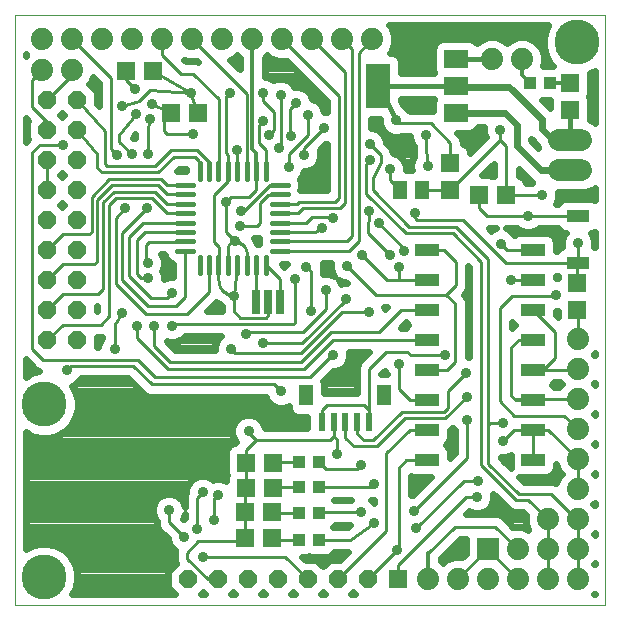
<source format=gtl>
G75*
G70*
%OFA0B0*%
%FSLAX24Y24*%
%IPPOS*%
%LPD*%
%AMOC8*
5,1,8,0,0,1.08239X$1,22.5*
%
%ADD10C,0.0000*%
%ADD11C,0.0170*%
%ADD12R,0.0600X0.0600*%
%ADD13R,0.0276X0.0787*%
%ADD14C,0.0740*%
%ADD15R,0.0780X0.0400*%
%ADD16OC8,0.0600*%
%ADD17R,0.0800X0.0600*%
%ADD18R,0.0800X0.1500*%
%ADD19R,0.0740X0.0740*%
%ADD20R,0.0472X0.0709*%
%ADD21R,0.0236X0.0610*%
%ADD22R,0.0433X0.0394*%
%ADD23C,0.0740*%
%ADD24R,0.0790X0.0430*%
%ADD25R,0.0512X0.0630*%
%ADD26C,0.0356*%
%ADD27C,0.0100*%
%ADD28C,0.0120*%
%ADD29C,0.0160*%
%ADD30C,0.0240*%
%ADD31C,0.1502*%
D10*
X000353Y000635D02*
X000353Y020320D01*
X020038Y020320D01*
X020038Y000635D01*
X000353Y000635D01*
D11*
X006512Y011705D02*
X006512Y012235D01*
X006827Y012235D02*
X006827Y011705D01*
X007142Y011705D02*
X007142Y012235D01*
X007457Y012235D02*
X007457Y011705D01*
X007771Y011705D02*
X007771Y012235D01*
X008086Y012235D02*
X008086Y011705D01*
X008401Y011705D02*
X008401Y012235D01*
X008716Y012235D02*
X008716Y011705D01*
X008927Y012440D02*
X009457Y012440D01*
X009457Y012760D02*
X008927Y012760D01*
X008927Y013070D02*
X009457Y013070D01*
X009457Y013390D02*
X008927Y013390D01*
X008927Y013700D02*
X009457Y013700D01*
X009457Y014010D02*
X008927Y014010D01*
X008927Y014330D02*
X009457Y014330D01*
X009461Y014648D02*
X008931Y014648D01*
X008712Y014855D02*
X008712Y015385D01*
X008401Y015383D02*
X008401Y014853D01*
X008086Y014853D02*
X008086Y015383D01*
X007771Y015383D02*
X007771Y014853D01*
X007457Y014853D02*
X007457Y015383D01*
X007142Y015383D02*
X007142Y014853D01*
X006827Y014853D02*
X006827Y015383D01*
X006512Y015383D02*
X006512Y014853D01*
X006307Y014650D02*
X005777Y014650D01*
X005777Y014330D02*
X006307Y014330D01*
X006307Y014010D02*
X005777Y014010D01*
X005777Y013700D02*
X006307Y013700D01*
X006307Y013390D02*
X005777Y013390D01*
X005777Y013070D02*
X006307Y013070D01*
X006307Y012760D02*
X005777Y012760D01*
X005777Y012440D02*
X006307Y012440D01*
D12*
X006465Y017037D03*
X005565Y017037D03*
X004954Y018434D03*
X004054Y018434D03*
X014876Y015377D03*
X014876Y014477D03*
X015841Y014300D03*
X016741Y014300D03*
X018865Y017159D03*
X018865Y018059D03*
X019109Y011370D03*
X019109Y010470D03*
X013126Y001493D03*
X008938Y002871D03*
X008938Y003737D03*
X008957Y004556D03*
X008957Y005391D03*
X008057Y005391D03*
X008057Y004556D03*
X008038Y003737D03*
X008038Y002871D03*
D13*
X008404Y010745D03*
X008798Y010745D03*
X009191Y010745D03*
D14*
X002276Y018489D03*
X001276Y018489D03*
X001268Y019495D03*
X002268Y019495D03*
X003268Y019495D03*
X004268Y019495D03*
X005268Y019495D03*
X006268Y019495D03*
X007276Y019495D03*
X008276Y019495D03*
X009276Y019495D03*
X010276Y019495D03*
X011276Y019495D03*
X012276Y019495D03*
X016262Y018840D03*
X017262Y018840D03*
X019113Y009501D03*
X019113Y008501D03*
X019113Y007501D03*
X019113Y006501D03*
X019113Y005501D03*
X019113Y004501D03*
X019113Y003497D03*
X019111Y002507D03*
X019142Y001509D03*
X018142Y001509D03*
X018111Y002507D03*
X017111Y002507D03*
X017142Y001509D03*
X016142Y001509D03*
X015142Y001509D03*
X014142Y001509D03*
X018113Y003497D03*
D15*
X019136Y012037D03*
X019136Y013612D03*
D16*
X012126Y001493D03*
X011126Y001493D03*
X010126Y001493D03*
X009126Y001493D03*
X008126Y001493D03*
X007126Y001493D03*
X006126Y001493D03*
X002428Y009470D03*
X002428Y010470D03*
X002428Y011470D03*
X002428Y012470D03*
X002428Y013470D03*
X002428Y014470D03*
X002428Y015470D03*
X002428Y016470D03*
X002428Y017470D03*
X001428Y017470D03*
X001428Y016470D03*
X001428Y015470D03*
X001428Y014470D03*
X001428Y013470D03*
X001428Y012470D03*
X001428Y011470D03*
X001428Y010470D03*
X001428Y009470D03*
D17*
X015061Y017044D03*
X015061Y017944D03*
X015061Y018844D03*
D18*
X012461Y017944D03*
D19*
X016111Y002507D03*
D20*
X012674Y007627D03*
X010075Y007627D03*
D21*
X010587Y006751D03*
X010981Y006751D03*
X011374Y006751D03*
X011768Y006751D03*
X012162Y006751D03*
D22*
X010502Y005395D03*
X009833Y005395D03*
X009837Y004560D03*
X010506Y004560D03*
X010498Y003702D03*
X009829Y003702D03*
X009825Y002816D03*
X010494Y002816D03*
X017538Y018044D03*
X018207Y018044D03*
D23*
X018495Y016127D02*
X019235Y016127D01*
X019235Y015127D02*
X018495Y015127D01*
D24*
X017635Y012479D03*
X017635Y011479D03*
X017635Y010479D03*
X017635Y009479D03*
X017635Y008479D03*
X017635Y007479D03*
X017635Y006479D03*
X017635Y005479D03*
X014095Y005479D03*
X014095Y006479D03*
X014095Y007479D03*
X014095Y008479D03*
X014095Y009479D03*
X014095Y010479D03*
X014095Y011479D03*
X014095Y012479D03*
D25*
X013943Y014481D03*
X013195Y014481D03*
D26*
X012853Y015182D03*
X012183Y015477D03*
X012183Y016009D03*
X013069Y016796D03*
X014054Y016304D03*
X014113Y015261D03*
X013699Y013706D03*
X012479Y013371D03*
X012164Y013785D03*
X010963Y013529D03*
X010609Y013194D03*
X011416Y011954D03*
X011928Y012308D03*
X012853Y012308D03*
X013325Y012446D03*
X013168Y011895D03*
X012164Y010399D03*
X011396Y010832D03*
X010727Y011147D03*
X010215Y010438D03*
X009703Y011521D03*
X010077Y011914D03*
X007872Y013273D03*
X007695Y012761D03*
X007892Y013785D03*
X007380Y014060D03*
X007754Y015812D03*
X008837Y016324D03*
X008620Y016777D03*
X009152Y015891D03*
X009565Y016265D03*
X009998Y015635D03*
X009487Y015241D03*
X010668Y016540D03*
X010136Y016974D03*
X009723Y017387D03*
X009211Y017643D03*
X008640Y017702D03*
X007518Y017722D03*
X006219Y017702D03*
X004939Y017328D03*
X004861Y016855D03*
X004388Y016993D03*
X003916Y017269D03*
X004369Y017840D03*
X006298Y016344D03*
X004782Y015674D03*
X004250Y015674D03*
X003758Y015635D03*
X004034Y013863D03*
X004762Y013863D03*
X004782Y012033D03*
X004782Y011540D03*
X005589Y011048D03*
X005589Y009946D03*
X004998Y009926D03*
X004428Y009946D03*
X003935Y010379D03*
X003680Y009178D03*
X002085Y008470D03*
X006613Y004395D03*
X007124Y004316D03*
X007006Y003489D03*
X006435Y003184D03*
X005983Y002918D03*
X006613Y002249D03*
X005491Y003804D03*
X008148Y006442D03*
X009231Y007761D03*
X008640Y009375D03*
X008069Y009690D03*
X007557Y009178D03*
X007676Y010950D03*
X010963Y008981D03*
X013168Y008686D03*
X014683Y008962D03*
X015392Y008371D03*
X015412Y007584D03*
X015431Y006816D03*
X016632Y006698D03*
X016632Y006107D03*
X015786Y004789D03*
X015766Y004237D03*
X013660Y003765D03*
X013719Y003194D03*
X013094Y002461D03*
X012321Y003371D03*
X011888Y003726D03*
X012321Y004690D03*
X011908Y005320D03*
X011101Y005674D03*
X016908Y011481D03*
X016554Y012682D03*
X017459Y013607D03*
X017931Y014296D03*
X019132Y012702D03*
X018404Y010989D03*
X016534Y016462D03*
X001947Y015989D03*
D27*
X001199Y015989D01*
X000943Y015733D01*
X000943Y009178D01*
X001298Y008824D01*
X004447Y008824D01*
X005018Y008253D01*
X010195Y008253D01*
X010924Y008981D01*
X010963Y008981D01*
X010949Y009479D02*
X014095Y009479D01*
X014089Y009474D01*
X013561Y008962D02*
X014683Y008962D01*
X015038Y008745D02*
X014772Y008479D01*
X014095Y008479D01*
X013561Y008962D02*
X013443Y009080D01*
X012735Y009080D01*
X012162Y008507D01*
X012162Y006751D01*
X012162Y007153D01*
X012006Y007308D01*
X010766Y007308D01*
X010587Y007129D01*
X010587Y006751D01*
X010981Y006751D02*
X010981Y006263D01*
X011101Y006143D01*
X011101Y005674D01*
X010865Y006147D02*
X010981Y006263D01*
X010865Y006147D02*
X008384Y006147D01*
X008148Y006383D01*
X008148Y006442D01*
X008384Y006147D02*
X008057Y005820D01*
X008057Y005391D01*
X008057Y004556D01*
X008038Y004537D01*
X008038Y003737D01*
X008038Y002871D01*
X007928Y002761D01*
X006475Y002761D01*
X006101Y002387D01*
X006101Y002190D01*
X006798Y001493D01*
X007126Y001493D01*
X006613Y002249D02*
X009370Y002249D01*
X010126Y001493D01*
X011126Y001493D02*
X012735Y003101D01*
X012735Y005694D01*
X013520Y006479D01*
X014095Y006479D01*
X014703Y006875D02*
X013365Y006875D01*
X012420Y005930D01*
X011652Y005930D01*
X011376Y006206D01*
X011376Y006749D01*
X011374Y006751D01*
X011768Y006751D02*
X011768Y006346D01*
X011987Y006127D01*
X012302Y006127D01*
X013266Y007092D01*
X014664Y007092D01*
X014782Y007210D01*
X014782Y007761D01*
X015392Y008371D01*
X015038Y008745D02*
X015038Y010694D01*
X014743Y010989D01*
X015057Y011304D01*
X015057Y012092D01*
X014670Y012479D01*
X014095Y012479D01*
X013325Y012446D02*
X013325Y012525D01*
X012479Y013371D01*
X012124Y013037D02*
X012853Y012308D01*
X013168Y011895D02*
X013168Y011519D01*
X013128Y011479D01*
X014095Y011479D01*
X014743Y010989D02*
X012380Y010989D01*
X011416Y011954D01*
X011508Y012440D02*
X009192Y012440D01*
X009192Y012760D02*
X011414Y012760D01*
X011593Y012938D01*
X011593Y019178D01*
X011276Y019495D01*
X011829Y019048D02*
X011829Y012761D01*
X011508Y012440D01*
X011928Y012308D02*
X012756Y011479D01*
X013128Y011479D01*
X013229Y010479D02*
X014095Y010479D01*
X013229Y010479D02*
X012498Y009749D01*
X010904Y009749D01*
X009900Y008745D01*
X005530Y008745D01*
X004998Y009277D01*
X004998Y009926D01*
X004723Y010340D02*
X006081Y010340D01*
X006827Y011086D01*
X006827Y011970D01*
X007142Y011970D02*
X007144Y011972D01*
X007144Y012584D01*
X006987Y012741D01*
X006987Y014296D01*
X007457Y014766D01*
X007457Y015118D01*
X007457Y015657D01*
X007400Y015714D01*
X007400Y017603D01*
X007518Y017722D01*
X007457Y017660D01*
X007144Y017505D02*
X007144Y015120D01*
X007142Y015118D01*
X006827Y015118D02*
X006827Y015421D01*
X006435Y015812D01*
X005569Y015812D01*
X005038Y015281D01*
X003424Y015281D01*
X003345Y015359D01*
X003345Y016454D01*
X002428Y017470D01*
X002276Y018318D02*
X001428Y017470D01*
X000924Y017229D02*
X000924Y018137D01*
X001276Y018489D01*
X002276Y018489D02*
X002276Y018318D01*
X002268Y019495D02*
X003561Y018202D01*
X003561Y015832D01*
X003758Y015635D01*
X003837Y016088D02*
X004250Y015674D01*
X003837Y016088D02*
X003837Y016324D01*
X004388Y016993D01*
X004506Y017426D02*
X004861Y017800D01*
X006219Y017702D01*
X006209Y017702D01*
X006465Y017037D01*
X006298Y016344D02*
X005412Y016344D01*
X005313Y016442D01*
X005313Y016934D01*
X005565Y017037D01*
X004939Y017328D01*
X004506Y017426D02*
X003916Y017269D01*
X004369Y017840D02*
X004054Y018135D01*
X004054Y018434D01*
X004954Y018434D02*
X006219Y017702D01*
X006298Y018351D02*
X005884Y018351D01*
X005268Y018968D01*
X005268Y019495D01*
X006268Y019495D02*
X006276Y019495D01*
X008089Y017682D01*
X008089Y015120D01*
X008086Y015118D01*
X008401Y015118D02*
X008401Y014491D01*
X008168Y014257D01*
X007577Y014257D01*
X007380Y014060D01*
X007380Y013076D01*
X007695Y012761D01*
X007696Y012761D02*
X007667Y012762D01*
X007638Y012759D01*
X007610Y012752D01*
X007584Y012742D01*
X007558Y012728D01*
X007535Y012711D01*
X007514Y012691D01*
X007496Y012669D01*
X007481Y012644D01*
X007469Y012618D01*
X007461Y012590D01*
X007457Y012562D01*
X007457Y011970D01*
X007771Y011970D02*
X007676Y010950D01*
X007676Y010458D01*
X007872Y010222D01*
X008719Y010222D01*
X008798Y010300D01*
X008798Y010745D01*
X009191Y010745D02*
X009191Y011494D01*
X008716Y011970D01*
X008401Y011970D02*
X008401Y010748D01*
X008404Y010745D01*
X007676Y010950D02*
X007632Y010952D01*
X007588Y010957D01*
X007545Y010966D01*
X007503Y010979D01*
X007461Y010995D01*
X007422Y011014D01*
X007384Y011037D01*
X007348Y011063D01*
X007314Y011091D01*
X007283Y011122D01*
X007255Y011156D01*
X007229Y011192D01*
X007206Y011230D01*
X007187Y011269D01*
X007171Y011311D01*
X007158Y011353D01*
X007149Y011396D01*
X007144Y011440D01*
X007142Y011484D01*
X007142Y011970D01*
X007696Y012761D02*
X007733Y012757D01*
X007771Y012750D01*
X007807Y012739D01*
X007843Y012726D01*
X007877Y012709D01*
X007909Y012689D01*
X007939Y012666D01*
X007967Y012640D01*
X007993Y012612D01*
X008015Y012582D01*
X008035Y012549D01*
X008052Y012515D01*
X008066Y012480D01*
X008076Y012443D01*
X008083Y012406D01*
X008087Y012368D01*
X008087Y012330D01*
X008086Y012330D02*
X008086Y011970D01*
X009192Y013070D02*
X010346Y013070D01*
X010609Y013194D01*
X010746Y013588D02*
X010254Y013588D01*
X010056Y013390D01*
X009192Y013390D01*
X009192Y013700D02*
X009795Y013700D01*
X009959Y013863D01*
X011199Y013863D01*
X011376Y014040D01*
X011376Y018395D01*
X010276Y019495D01*
X009276Y019495D02*
X011160Y017611D01*
X011160Y014218D01*
X011022Y014080D01*
X009841Y014080D01*
X009771Y014010D01*
X009192Y014010D01*
X009179Y014316D02*
X009192Y014330D01*
X009179Y014316D02*
X008798Y014316D01*
X008522Y014040D01*
X008522Y013391D01*
X008424Y013273D01*
X007872Y013273D01*
X007892Y013785D02*
X008010Y013785D01*
X008874Y014648D01*
X009196Y014648D01*
X008712Y015120D02*
X008712Y015819D01*
X008483Y016048D01*
X008483Y016659D01*
X008620Y016777D01*
X008994Y017072D02*
X008640Y017446D01*
X008640Y017702D01*
X009211Y017643D02*
X009211Y015950D01*
X009152Y015891D01*
X009487Y015674D02*
X010136Y016324D01*
X010136Y016974D01*
X009723Y017387D02*
X009526Y017190D01*
X009526Y016304D01*
X009565Y016265D01*
X009998Y015871D02*
X010668Y016540D01*
X009998Y015871D02*
X009998Y015635D01*
X009487Y015674D02*
X009487Y015241D01*
X008837Y016324D02*
X008994Y016481D01*
X008994Y017072D01*
X007754Y015812D02*
X007774Y015120D01*
X007771Y015118D01*
X006512Y015118D02*
X006494Y015136D01*
X006494Y015458D01*
X006376Y015576D01*
X005648Y015576D01*
X005136Y015064D01*
X003266Y015064D01*
X003109Y015222D01*
X003109Y015690D01*
X002428Y016470D01*
X001428Y016470D02*
X001428Y016726D01*
X000924Y017229D01*
X001428Y015470D02*
X001428Y014470D01*
X001955Y012997D02*
X002833Y012997D01*
X002912Y013076D01*
X002912Y014257D01*
X003502Y014848D01*
X005235Y014848D01*
X005433Y014650D01*
X005786Y014650D01*
X005588Y014650D01*
X005786Y014650D02*
X006042Y014650D01*
X006042Y014330D02*
X005418Y014330D01*
X005117Y014631D01*
X003581Y014631D01*
X003109Y014159D01*
X003109Y012092D01*
X003010Y011993D01*
X001951Y011993D01*
X001428Y011470D01*
X001967Y011009D02*
X003128Y011009D01*
X003306Y011186D01*
X003306Y014060D01*
X003660Y014414D01*
X005018Y014414D01*
X005423Y014010D01*
X006042Y014010D01*
X006042Y013700D02*
X005438Y013700D01*
X004939Y014198D01*
X003719Y014198D01*
X003502Y013981D01*
X003502Y010261D01*
X003227Y009985D01*
X001963Y009985D01*
X001428Y009470D01*
X001428Y010470D02*
X001967Y011009D01*
X001428Y012470D02*
X001955Y012997D01*
X003719Y013548D02*
X003719Y011344D01*
X004723Y010340D01*
X004802Y010596D02*
X005727Y010596D01*
X006042Y010911D01*
X006042Y012439D01*
X006042Y012440D01*
X006042Y012760D02*
X005922Y012760D01*
X005904Y012741D01*
X004821Y012741D01*
X004723Y012643D01*
X004723Y012092D01*
X004782Y012033D01*
X004782Y011540D02*
X004565Y011540D01*
X004428Y011678D01*
X004428Y012820D01*
X004683Y013076D01*
X006036Y013076D01*
X006042Y013070D01*
X006042Y013390D02*
X004623Y013390D01*
X004152Y012918D01*
X004152Y011600D01*
X004880Y010871D01*
X005412Y010871D01*
X005589Y011048D01*
X004802Y010596D02*
X003935Y011462D01*
X003935Y013037D01*
X004762Y013863D01*
X004034Y013863D02*
X003719Y013548D01*
X004782Y015674D02*
X004782Y016540D01*
X004861Y016855D01*
X006298Y018351D02*
X007144Y017505D01*
X010746Y013588D02*
X010963Y013529D01*
X012164Y013785D02*
X012124Y013037D01*
X013384Y013037D02*
X012065Y014355D01*
X012065Y015359D01*
X012183Y015477D01*
X012557Y015399D02*
X012282Y014867D01*
X012282Y014474D01*
X013502Y013253D01*
X015077Y013253D01*
X016140Y012190D01*
X016140Y006659D01*
X016180Y006698D01*
X016632Y006698D01*
X017004Y006479D02*
X017635Y006479D01*
X017635Y005479D01*
X017635Y006479D02*
X018134Y006479D01*
X019113Y005501D01*
X019113Y004592D01*
X018227Y004336D02*
X019065Y003497D01*
X019113Y003497D01*
X019113Y002509D01*
X019111Y002507D02*
X019111Y001540D01*
X018111Y001540D02*
X018111Y002507D01*
X018113Y002509D02*
X018113Y003497D01*
X017451Y004159D01*
X017065Y004159D01*
X015904Y005320D01*
X015904Y012092D01*
X014959Y013037D01*
X013384Y013037D01*
X013758Y013470D02*
X013699Y013529D01*
X013699Y013706D01*
X013758Y013470D02*
X015294Y013470D01*
X016731Y012033D01*
X019085Y012033D01*
X019109Y012009D01*
X019109Y011370D01*
X019109Y012009D02*
X019136Y012037D01*
X019136Y012698D01*
X019132Y012702D01*
X019132Y013607D02*
X019136Y013612D01*
X017463Y013612D01*
X017459Y013607D01*
X016101Y013607D01*
X015841Y013867D01*
X015841Y014300D01*
X014876Y014477D02*
X016534Y016135D01*
X016741Y015928D01*
X016741Y014300D01*
X016745Y014296D01*
X017931Y014296D01*
X016554Y012682D02*
X016756Y012479D01*
X017635Y012479D01*
X017633Y011481D02*
X016908Y011481D01*
X016928Y010950D02*
X018365Y010950D01*
X018404Y010989D01*
X019109Y010470D02*
X019113Y010466D01*
X019113Y009501D01*
X018365Y009749D02*
X018365Y008883D01*
X017961Y008479D01*
X017635Y008479D01*
X019091Y008479D01*
X019113Y008501D01*
X019113Y007501D02*
X017030Y007501D01*
X016908Y007623D01*
X017052Y007479D01*
X017635Y007479D01*
X017656Y007501D01*
X016908Y007623D02*
X016908Y009237D01*
X017150Y009479D01*
X017635Y009479D01*
X018365Y009749D02*
X017635Y010479D01*
X016928Y010950D02*
X016514Y010537D01*
X016514Y007446D01*
X017006Y006954D01*
X018660Y006954D01*
X019113Y006501D01*
X017004Y006479D02*
X016632Y006107D01*
X016140Y006659D02*
X016140Y005359D01*
X017164Y004336D01*
X018227Y004336D01*
X017111Y002507D02*
X016365Y003253D01*
X015018Y003253D01*
X014142Y002377D01*
X013719Y003194D02*
X015313Y004789D01*
X015786Y004789D01*
X015766Y004237D02*
X015392Y004237D01*
X013126Y001972D01*
X013126Y001493D01*
X013094Y002461D02*
X013148Y002515D01*
X013148Y005222D01*
X013406Y005479D01*
X014095Y005479D01*
X015431Y005537D02*
X013660Y003765D01*
X012321Y003371D02*
X011530Y002816D01*
X010494Y002816D01*
X009825Y002816D02*
X008993Y002816D01*
X008938Y002871D01*
X008973Y003702D02*
X008938Y003737D01*
X008973Y003702D02*
X009829Y003702D01*
X010498Y003702D02*
X010522Y003726D01*
X011888Y003726D01*
X012191Y004560D02*
X010506Y004560D01*
X010715Y005182D02*
X010502Y005395D01*
X010715Y005182D02*
X011770Y005182D01*
X011908Y005320D01*
X012321Y004690D02*
X012191Y004560D01*
X013094Y002461D02*
X012126Y001493D01*
X015142Y001539D02*
X016111Y002507D01*
X017109Y001509D01*
X015431Y005537D02*
X015431Y006816D01*
X014703Y006875D02*
X015412Y007584D01*
X014095Y007479D02*
X013528Y007479D01*
X013168Y007840D01*
X013168Y008686D01*
X012164Y010399D02*
X011258Y010399D01*
X009900Y009040D01*
X009329Y009040D01*
X007695Y009040D01*
X007557Y009178D01*
X008069Y009690D02*
X008077Y009704D01*
X008089Y009717D01*
X008103Y009726D01*
X008118Y009732D01*
X008135Y009735D01*
X008151Y009734D01*
X008167Y009729D01*
X008168Y009729D02*
X009959Y009729D01*
X010727Y010497D01*
X010727Y011147D01*
X011396Y010832D02*
X011396Y010812D01*
X009920Y009375D01*
X008640Y009375D01*
X009644Y010025D02*
X005668Y010025D01*
X005589Y009946D01*
X004428Y009946D02*
X004428Y009533D01*
X005451Y008509D01*
X009979Y008509D01*
X010949Y009479D01*
X010215Y010438D02*
X010215Y011777D01*
X010077Y011914D01*
X009703Y011521D02*
X009703Y010084D01*
X009644Y010025D01*
X008994Y007997D02*
X009231Y007761D01*
X008994Y007997D02*
X004920Y007997D01*
X004309Y008607D01*
X002223Y008607D01*
X002085Y008470D01*
X003680Y009178D02*
X003680Y010005D01*
X003935Y010379D01*
X008957Y005391D02*
X008961Y005395D01*
X009833Y005395D01*
X009837Y004560D02*
X008961Y004560D01*
X008957Y004556D01*
X008993Y004592D01*
X008994Y004592D01*
X007124Y004316D02*
X007006Y004198D01*
X007006Y003489D01*
X006435Y003184D02*
X006435Y004218D01*
X006613Y004395D01*
X005491Y003804D02*
X005491Y003411D01*
X005530Y003371D01*
X005983Y002918D01*
X013195Y014481D02*
X012853Y014824D01*
X012853Y015182D01*
X012557Y015399D02*
X012557Y015635D01*
X012183Y016009D01*
X013069Y016796D02*
X013168Y016698D01*
X014211Y016698D01*
X014876Y016033D01*
X014876Y015377D01*
X014113Y015261D02*
X014054Y015832D01*
X014054Y016304D01*
X015061Y017044D02*
X015089Y017072D01*
X015068Y017938D02*
X015061Y017944D01*
X015066Y018839D02*
X015063Y018840D01*
X015062Y018842D01*
X015061Y018844D01*
X016534Y016462D02*
X016534Y016135D01*
X014876Y014477D02*
X013947Y014477D01*
X013943Y014481D01*
X017633Y011481D02*
X017635Y011479D01*
X018857Y017889D02*
X018865Y018059D01*
X018850Y018044D01*
X012276Y019495D02*
X011829Y019048D01*
D28*
X008276Y019495D02*
X008276Y015842D01*
X008404Y015714D01*
X008404Y015121D01*
X008401Y015118D01*
X017262Y018320D02*
X017538Y018044D01*
X017262Y018320D02*
X017262Y018840D01*
X018207Y018044D02*
X018850Y018044D01*
X019113Y004592D02*
X019132Y004572D01*
X019132Y004521D01*
X019113Y004501D01*
X019113Y002509D02*
X019111Y002507D01*
X019111Y001540D02*
X019142Y001509D01*
X018142Y001509D02*
X018111Y001540D01*
X017142Y001509D02*
X017109Y001509D01*
X018111Y002507D02*
X018113Y002509D01*
X015142Y001539D02*
X015142Y001509D01*
X014142Y001509D02*
X014142Y002377D01*
D29*
X018865Y016127D02*
X018865Y017159D01*
X016262Y018840D02*
X015066Y018840D01*
X015061Y017944D02*
X012461Y017944D01*
X012717Y017463D01*
X013069Y016796D01*
D30*
X013248Y016288D02*
X013176Y016258D01*
X012962Y016258D01*
X012764Y016340D01*
X012613Y016492D01*
X012531Y016689D01*
X012531Y016834D01*
X012239Y016834D01*
X012239Y016547D01*
X012291Y016547D01*
X012488Y016465D01*
X012640Y016314D01*
X012722Y016116D01*
X012722Y016051D01*
X012790Y015983D01*
X012905Y015867D01*
X012967Y015717D01*
X013158Y015638D01*
X013309Y015487D01*
X013391Y015289D01*
X013391Y015156D01*
X013523Y015156D01*
X013569Y015137D01*
X013580Y015141D01*
X013574Y015154D01*
X013574Y015368D01*
X013656Y015566D01*
X013668Y015577D01*
X013652Y015730D01*
X013644Y015750D01*
X013644Y015811D01*
X013637Y015871D01*
X013644Y015892D01*
X013644Y015953D01*
X013597Y015999D01*
X013515Y016197D01*
X013515Y016288D01*
X013249Y016288D01*
X013248Y016288D01*
X013539Y016140D02*
X012711Y016140D01*
X012726Y016379D02*
X012575Y016379D01*
X012561Y016617D02*
X012239Y016617D01*
X012870Y015902D02*
X013644Y015902D01*
X013659Y015663D02*
X013098Y015663D01*
X013335Y015425D02*
X013598Y015425D01*
X013574Y015186D02*
X013391Y015186D01*
X015104Y016384D02*
X015533Y016384D01*
X015665Y016439D01*
X015767Y016540D01*
X015780Y016572D01*
X015997Y016572D01*
X015996Y016569D01*
X015996Y016355D01*
X016048Y016229D01*
X015536Y015717D01*
X015536Y015749D01*
X015482Y015881D01*
X015380Y015983D01*
X015286Y016022D01*
X015286Y016114D01*
X015224Y016265D01*
X015104Y016384D01*
X015110Y016379D02*
X015996Y016379D01*
X015959Y016140D02*
X015276Y016140D01*
X015461Y015902D02*
X015721Y015902D01*
X016331Y015352D02*
X016331Y014944D01*
X016291Y014928D01*
X016213Y014960D01*
X015939Y014960D01*
X016331Y015352D01*
X016331Y015186D02*
X016165Y015186D01*
X016243Y014948D02*
X016331Y014948D01*
X017151Y014948D02*
X017389Y014948D01*
X017481Y014855D02*
X017605Y014731D01*
X017580Y014706D01*
X017387Y014706D01*
X017346Y014804D01*
X017245Y014905D01*
X017151Y014944D01*
X017151Y015186D01*
X017481Y014855D01*
X017386Y014709D02*
X017583Y014709D01*
X017888Y015127D02*
X018865Y015127D01*
X018470Y014397D02*
X019380Y014397D01*
X019648Y014508D01*
X019678Y014538D01*
X019678Y014138D01*
X019598Y014171D01*
X018675Y014171D01*
X018542Y014117D01*
X018447Y014021D01*
X018400Y014021D01*
X018470Y014189D01*
X018470Y014397D01*
X018470Y014232D02*
X019678Y014232D01*
X019678Y014470D02*
X019557Y014470D01*
X018447Y013202D02*
X018542Y013106D01*
X018675Y013052D01*
X018721Y013052D01*
X018676Y013007D01*
X018594Y012809D01*
X018594Y012595D01*
X018605Y012568D01*
X018542Y012542D01*
X018443Y012443D01*
X018390Y012443D01*
X018390Y012766D01*
X018335Y012898D01*
X018233Y013000D01*
X018101Y013054D01*
X017168Y013054D01*
X017036Y013000D01*
X017014Y012978D01*
X017010Y012987D01*
X016858Y013138D01*
X016716Y013197D01*
X017108Y013197D01*
X017154Y013151D01*
X017352Y013069D01*
X017566Y013069D01*
X017764Y013151D01*
X017814Y013202D01*
X018447Y013202D01*
X018709Y013039D02*
X018138Y013039D01*
X018375Y012801D02*
X018594Y012801D01*
X018592Y012562D02*
X018390Y012562D01*
X018390Y011623D02*
X018449Y011623D01*
X018449Y011527D01*
X018390Y011527D01*
X018390Y011623D01*
X018390Y011608D02*
X018449Y011608D01*
X018449Y010451D02*
X018449Y010245D01*
X018390Y010304D01*
X018390Y010451D01*
X018449Y010451D01*
X018449Y010415D02*
X018390Y010415D01*
X017015Y009979D02*
X016934Y009898D01*
X016924Y009874D01*
X016924Y010085D01*
X016934Y010061D01*
X017015Y009979D01*
X016974Y009938D02*
X016924Y009938D01*
X015494Y009938D02*
X015448Y009938D01*
X015448Y009700D02*
X015494Y009700D01*
X015494Y009461D02*
X015448Y009461D01*
X015448Y009223D02*
X015494Y009223D01*
X015494Y008984D02*
X015448Y008984D01*
X015448Y008909D02*
X015448Y010776D01*
X015385Y010926D01*
X015322Y010989D01*
X015405Y011072D01*
X015467Y011223D01*
X015467Y011948D01*
X015494Y011922D01*
X015494Y008909D01*
X015448Y008909D01*
X015448Y010177D02*
X015494Y010177D01*
X015494Y010415D02*
X015448Y010415D01*
X015448Y010654D02*
X015494Y010654D01*
X015494Y010892D02*
X015399Y010892D01*
X015429Y011131D02*
X015494Y011131D01*
X015494Y011369D02*
X015467Y011369D01*
X015467Y011608D02*
X015494Y011608D01*
X015494Y011846D02*
X015467Y011846D01*
X016227Y013116D02*
X016146Y013197D01*
X016391Y013197D01*
X016249Y013138D01*
X016227Y013116D01*
X016957Y013039D02*
X017131Y013039D01*
X017888Y015127D02*
X017085Y015930D01*
X017085Y016659D01*
X016691Y017052D01*
X015069Y017052D01*
X015061Y017044D01*
X014301Y017104D02*
X014293Y017108D01*
X013519Y017108D01*
X013374Y017253D01*
X013313Y017278D01*
X013221Y017451D01*
X013221Y017504D01*
X014330Y017504D01*
X014334Y017494D01*
X014301Y017416D01*
X014301Y017104D01*
X014301Y017333D02*
X013284Y017333D01*
X013221Y018384D02*
X013221Y018766D01*
X013167Y018898D01*
X013065Y019000D01*
X012933Y019054D01*
X012867Y019054D01*
X012895Y019082D01*
X013006Y019350D01*
X013006Y019640D01*
X012895Y019909D01*
X012843Y019960D01*
X018136Y019960D01*
X018057Y019824D01*
X017982Y019541D01*
X017982Y019248D01*
X018057Y018966D01*
X018204Y018713D01*
X018307Y018610D01*
X018298Y018601D01*
X017954Y018601D01*
X017992Y018694D01*
X017992Y018985D01*
X017881Y019253D01*
X017676Y019459D01*
X017407Y019570D01*
X017117Y019570D01*
X016849Y019459D01*
X016762Y019372D01*
X016676Y019459D01*
X016407Y019570D01*
X016117Y019570D01*
X015849Y019459D01*
X015753Y019362D01*
X015665Y019450D01*
X015533Y019504D01*
X014590Y019504D01*
X014457Y019450D01*
X014356Y019348D01*
X014301Y019216D01*
X014301Y018473D01*
X014334Y018394D01*
X014330Y018384D01*
X013221Y018384D01*
X013221Y018526D02*
X014301Y018526D01*
X014301Y018764D02*
X013221Y018764D01*
X013058Y019003D02*
X014301Y019003D01*
X014312Y019241D02*
X012961Y019241D01*
X013006Y019480D02*
X014531Y019480D01*
X015592Y019480D02*
X015900Y019480D01*
X016624Y019480D02*
X016900Y019480D01*
X017624Y019480D02*
X017982Y019480D01*
X017984Y019241D02*
X017886Y019241D01*
X017985Y019003D02*
X018048Y019003D01*
X017992Y018764D02*
X018174Y018764D01*
X018029Y019718D02*
X012974Y019718D01*
X012847Y019957D02*
X018134Y019957D01*
X019525Y018361D02*
X019678Y018449D01*
X019678Y016716D01*
X019648Y016746D01*
X019525Y016797D01*
X019525Y017530D01*
X019492Y017609D01*
X019525Y017687D01*
X019525Y018361D01*
X019525Y018287D02*
X019678Y018287D01*
X019678Y018049D02*
X019525Y018049D01*
X019525Y017810D02*
X019678Y017810D01*
X019678Y017572D02*
X019507Y017572D01*
X019525Y017333D02*
X019678Y017333D01*
X019678Y017094D02*
X019525Y017094D01*
X019525Y016856D02*
X019678Y016856D01*
X018865Y016127D02*
X018306Y016127D01*
X017912Y016521D01*
X017912Y016836D01*
X016829Y017918D01*
X015087Y017918D01*
X015061Y017944D01*
X017565Y016189D02*
X017765Y015989D01*
X017765Y015982D01*
X017802Y015892D01*
X017565Y016129D01*
X017565Y016189D01*
X017565Y016140D02*
X017613Y016140D01*
X017792Y015902D02*
X017798Y015902D01*
X018205Y017222D02*
X018184Y017243D01*
X017939Y017488D01*
X018205Y017488D01*
X018205Y017222D01*
X018205Y017333D02*
X018093Y017333D01*
X019544Y013052D02*
X019598Y013052D01*
X019678Y013085D01*
X019678Y012563D01*
X019660Y012571D01*
X019670Y012595D01*
X019670Y012809D01*
X019588Y013007D01*
X019544Y013052D01*
X019556Y013039D02*
X019678Y013039D01*
X019670Y012801D02*
X019678Y012801D01*
X019678Y009034D02*
X019645Y009001D01*
X019678Y008968D01*
X019678Y009034D01*
X019678Y008984D02*
X019662Y008984D01*
X019678Y008034D02*
X019645Y008001D01*
X019678Y007968D01*
X019678Y008034D01*
X019678Y008030D02*
X019674Y008030D01*
X019678Y007034D02*
X019645Y007001D01*
X019678Y006968D01*
X019678Y007034D01*
X019678Y006034D02*
X019645Y006001D01*
X019678Y005968D01*
X019678Y006034D01*
X019678Y005034D02*
X019645Y005001D01*
X019678Y004968D01*
X019678Y005034D01*
X019678Y004034D02*
X019643Y003999D01*
X019678Y003964D01*
X019678Y004034D01*
X019678Y003975D02*
X019667Y003975D01*
X019678Y003030D02*
X019678Y002972D01*
X019649Y003001D01*
X019678Y003030D01*
X019678Y003020D02*
X019668Y003020D01*
X019678Y002042D02*
X019678Y002006D01*
X019660Y002024D01*
X019678Y002042D01*
X019678Y001012D02*
X019678Y000995D01*
X019660Y000995D01*
X019678Y001012D01*
X017466Y003150D02*
X017256Y003237D01*
X016965Y003237D01*
X016962Y003235D01*
X016597Y003601D01*
X016446Y003663D01*
X016283Y003663D01*
X015398Y003663D01*
X015500Y003765D01*
X015659Y003699D01*
X015873Y003699D01*
X016071Y003781D01*
X016222Y003932D01*
X016304Y004130D01*
X016304Y004340D01*
X016718Y003926D01*
X016833Y003811D01*
X016984Y003749D01*
X017281Y003749D01*
X017384Y003646D01*
X017383Y003642D01*
X017383Y003352D01*
X017466Y003150D01*
X017421Y003259D02*
X016938Y003259D01*
X016700Y003497D02*
X017383Y003497D01*
X017294Y003736D02*
X015962Y003736D01*
X016240Y003975D02*
X016670Y003975D01*
X016431Y004213D02*
X016304Y004213D01*
X015570Y003736D02*
X015471Y003736D01*
X015381Y002843D02*
X015188Y002843D01*
X014562Y002217D01*
X014562Y002121D01*
X014642Y002041D01*
X014729Y002128D01*
X014997Y002239D01*
X015263Y002239D01*
X015381Y002357D01*
X015381Y002843D01*
X015381Y002782D02*
X015127Y002782D01*
X014888Y002543D02*
X015381Y002543D01*
X015329Y002305D02*
X014650Y002305D01*
X014667Y002066D02*
X014617Y002066D01*
X013618Y004303D02*
X013558Y004303D01*
X013558Y004933D01*
X013628Y004904D01*
X014220Y004904D01*
X013618Y004303D01*
X013558Y004452D02*
X013767Y004452D01*
X013558Y004690D02*
X014005Y004690D01*
X013569Y004929D02*
X013558Y004929D01*
X012325Y004152D02*
X012325Y004050D01*
X012224Y004150D01*
X012273Y004150D01*
X012277Y004152D01*
X012325Y004152D01*
X011552Y004150D02*
X011537Y004135D01*
X011004Y004135D01*
X011019Y004150D01*
X011552Y004150D01*
X011528Y003316D02*
X011026Y003316D01*
X011020Y003301D01*
X010976Y003257D01*
X011007Y003226D01*
X011400Y003226D01*
X011528Y003316D01*
X011447Y003259D02*
X010978Y003259D01*
X011007Y002406D02*
X010915Y002314D01*
X010783Y002259D01*
X010206Y002259D01*
X010160Y002279D01*
X010113Y002259D01*
X009940Y002259D01*
X010046Y002153D01*
X010400Y002153D01*
X010626Y001927D01*
X010853Y002153D01*
X011207Y002153D01*
X011459Y002406D01*
X011007Y002406D01*
X010893Y002305D02*
X011358Y002305D01*
X010766Y002066D02*
X010487Y002066D01*
X010626Y001060D02*
X010691Y000995D01*
X010561Y000995D01*
X010626Y001060D01*
X009691Y000995D02*
X009626Y001060D01*
X009561Y000995D01*
X009691Y000995D01*
X008691Y000995D02*
X008626Y001060D01*
X008561Y000995D01*
X008691Y000995D01*
X007691Y000995D02*
X007626Y001060D01*
X007561Y000995D01*
X007691Y000995D01*
X006691Y000995D02*
X006626Y001060D01*
X006561Y000995D01*
X006691Y000995D01*
X005691Y000995D02*
X002263Y000995D01*
X002353Y001151D01*
X002428Y001434D01*
X002428Y001726D01*
X002353Y002009D01*
X002206Y002262D01*
X002000Y002469D01*
X001746Y002615D01*
X001464Y002691D01*
X001171Y002691D01*
X000888Y002615D01*
X000713Y002514D01*
X000713Y006405D01*
X000908Y006292D01*
X001191Y006217D01*
X001483Y006217D01*
X001766Y006292D01*
X002019Y006439D01*
X002226Y006646D01*
X002372Y006899D01*
X002448Y007182D01*
X002448Y007474D01*
X002372Y007757D01*
X002256Y007958D01*
X002390Y008013D01*
X002541Y008165D01*
X002555Y008197D01*
X004140Y008197D01*
X004572Y007765D01*
X004687Y007650D01*
X004838Y007587D01*
X008720Y007587D01*
X008775Y007456D01*
X008926Y007305D01*
X009124Y007223D01*
X009338Y007223D01*
X009479Y007281D01*
X009479Y007201D01*
X009534Y007069D01*
X009635Y006968D01*
X009767Y006913D01*
X010109Y006913D01*
X010109Y006557D01*
X008683Y006557D01*
X008604Y006747D01*
X008453Y006898D01*
X008255Y006980D01*
X008041Y006980D01*
X007843Y006898D01*
X007692Y006747D01*
X007610Y006549D01*
X007610Y006335D01*
X007692Y006137D01*
X007743Y006086D01*
X007710Y006052D01*
X007709Y006051D01*
X007686Y006051D01*
X007554Y005996D01*
X007452Y005895D01*
X007397Y005762D01*
X007397Y005019D01*
X007416Y004974D01*
X007397Y004928D01*
X007397Y004785D01*
X007231Y004854D01*
X007017Y004854D01*
X006944Y004824D01*
X006917Y004851D01*
X006720Y004933D01*
X006506Y004933D01*
X006308Y004851D01*
X006156Y004700D01*
X006074Y004502D01*
X006074Y004418D01*
X006025Y004299D01*
X006025Y003919D01*
X005947Y004109D01*
X005795Y004260D01*
X005598Y004342D01*
X005383Y004342D01*
X005186Y004260D01*
X005034Y004109D01*
X004952Y003911D01*
X004952Y003697D01*
X005034Y003499D01*
X005081Y003453D01*
X005081Y003329D01*
X005143Y003178D01*
X005298Y003024D01*
X005445Y002877D01*
X005445Y002811D01*
X005526Y002614D01*
X005678Y002462D01*
X005691Y002457D01*
X005691Y002272D01*
X005691Y002109D01*
X005725Y002025D01*
X005466Y001767D01*
X005466Y001220D01*
X005691Y000995D01*
X005574Y001112D02*
X002330Y001112D01*
X002406Y001351D02*
X005466Y001351D01*
X005466Y001589D02*
X002428Y001589D01*
X002401Y001828D02*
X005528Y001828D01*
X005708Y002066D02*
X002320Y002066D01*
X002164Y002305D02*
X005691Y002305D01*
X005597Y002543D02*
X001871Y002543D01*
X000764Y002543D02*
X000713Y002543D01*
X000713Y002782D02*
X005457Y002782D01*
X005301Y003020D02*
X000713Y003020D01*
X000713Y003259D02*
X005110Y003259D01*
X005036Y003497D02*
X000713Y003497D01*
X000713Y003736D02*
X004952Y003736D01*
X004979Y003975D02*
X000713Y003975D01*
X000713Y004213D02*
X005138Y004213D01*
X005843Y004213D02*
X006025Y004213D01*
X006025Y003975D02*
X006002Y003975D01*
X006025Y003690D02*
X005957Y003524D01*
X005986Y003495D01*
X006025Y003535D01*
X006025Y003690D01*
X005988Y003497D02*
X005983Y003497D01*
X006074Y004452D02*
X000713Y004452D01*
X000713Y004690D02*
X006153Y004690D01*
X006496Y004929D02*
X000713Y004929D01*
X000713Y005167D02*
X007397Y005167D01*
X007397Y005406D02*
X000713Y005406D01*
X000713Y005644D02*
X007397Y005644D01*
X007447Y005883D02*
X000713Y005883D01*
X000713Y006121D02*
X007708Y006121D01*
X007610Y006360D02*
X001883Y006360D01*
X002179Y006599D02*
X007630Y006599D01*
X007782Y006837D02*
X002337Y006837D01*
X002420Y007076D02*
X009531Y007076D01*
X010109Y006837D02*
X008514Y006837D01*
X008666Y006599D02*
X010109Y006599D01*
X010671Y007713D02*
X010671Y008053D01*
X010643Y008121D01*
X010965Y008443D01*
X011070Y008443D01*
X011268Y008525D01*
X011419Y008677D01*
X011501Y008874D01*
X011501Y009069D01*
X012144Y009069D01*
X011814Y008739D01*
X011752Y008589D01*
X011752Y008425D01*
X011752Y007718D01*
X010685Y007718D01*
X010671Y007713D01*
X010671Y007791D02*
X011752Y007791D01*
X011752Y008030D02*
X010671Y008030D01*
X010790Y008268D02*
X011752Y008268D01*
X011752Y008507D02*
X011224Y008507D01*
X011448Y008745D02*
X011820Y008745D01*
X012059Y008984D02*
X011501Y008984D01*
X012576Y008341D02*
X012751Y008341D01*
X012712Y008381D01*
X012684Y008449D01*
X012576Y008341D01*
X013218Y009889D02*
X013393Y010064D01*
X013394Y010061D01*
X013475Y009979D01*
X013394Y009898D01*
X013391Y009889D01*
X013218Y009889D01*
X013267Y009938D02*
X013434Y009938D01*
X012749Y010579D02*
X012694Y010525D01*
X012671Y010579D01*
X012749Y010579D01*
X011420Y011370D02*
X011289Y011370D01*
X011227Y011344D01*
X011183Y011452D01*
X011155Y011479D01*
X011309Y011416D01*
X011374Y011416D01*
X011420Y011370D01*
X011288Y011369D02*
X011217Y011369D01*
X010987Y011621D02*
X010834Y011685D01*
X010625Y011685D01*
X010625Y011858D01*
X010615Y011882D01*
X010615Y012022D01*
X010612Y012030D01*
X010878Y012030D01*
X010878Y011847D01*
X010960Y011649D01*
X010987Y011621D01*
X010878Y011846D02*
X010625Y011846D01*
X009441Y011995D02*
X009398Y011977D01*
X009343Y011922D01*
X009271Y011995D01*
X009441Y011995D01*
X008482Y012680D02*
X008482Y012848D01*
X008488Y012863D01*
X008442Y012863D01*
X008379Y012857D01*
X008361Y012863D01*
X008319Y012863D01*
X008393Y012781D01*
X008393Y012781D01*
X008430Y012680D01*
X008482Y012680D01*
X008482Y012801D02*
X008376Y012801D01*
X009877Y014490D02*
X009905Y014559D01*
X009905Y014736D01*
X009858Y014851D01*
X009943Y014936D01*
X010009Y015097D01*
X010105Y015097D01*
X010303Y015179D01*
X010455Y015330D01*
X010536Y015528D01*
X010536Y015742D01*
X010511Y015804D01*
X010709Y016002D01*
X010750Y016002D01*
X010750Y014490D01*
X009877Y014490D01*
X009905Y014709D02*
X010750Y014709D01*
X010750Y014948D02*
X009947Y014948D01*
X010311Y015186D02*
X010750Y015186D01*
X010750Y015425D02*
X010494Y015425D01*
X010536Y015663D02*
X010750Y015663D01*
X010750Y015902D02*
X010609Y015902D01*
X010674Y017079D02*
X010750Y017079D01*
X010750Y017441D01*
X009425Y018767D01*
X009421Y018765D01*
X009131Y018765D01*
X008862Y018876D01*
X008776Y018963D01*
X008696Y018883D01*
X008696Y018240D01*
X008747Y018240D01*
X008945Y018158D01*
X008975Y018128D01*
X009104Y018181D01*
X009318Y018181D01*
X009516Y018099D01*
X009667Y017948D01*
X009677Y017925D01*
X009830Y017925D01*
X010028Y017843D01*
X010179Y017692D01*
X010256Y017506D01*
X010441Y017430D01*
X010592Y017278D01*
X010674Y017081D01*
X010674Y017079D01*
X010669Y017094D02*
X010750Y017094D01*
X010750Y017333D02*
X010538Y017333D01*
X010620Y017572D02*
X010229Y017572D01*
X010381Y017810D02*
X010061Y017810D01*
X010143Y018049D02*
X009566Y018049D01*
X009904Y018287D02*
X008696Y018287D01*
X008696Y018526D02*
X009666Y018526D01*
X009427Y018764D02*
X008696Y018764D01*
X007856Y018764D02*
X007587Y018764D01*
X007538Y018813D02*
X007689Y018876D01*
X007776Y018963D01*
X007856Y018883D01*
X007856Y018495D01*
X007538Y018813D01*
X007825Y018526D02*
X007856Y018526D01*
X006466Y018726D02*
X006379Y018761D01*
X006216Y018761D01*
X006054Y018761D01*
X005999Y018817D01*
X006123Y018765D01*
X006413Y018765D01*
X006422Y018769D01*
X006466Y018726D01*
X006427Y018764D02*
X006051Y018764D01*
X004372Y016329D02*
X004372Y016206D01*
X004357Y016212D01*
X004292Y016212D01*
X004283Y016221D01*
X004372Y016329D01*
X003151Y017280D02*
X003088Y017351D01*
X003088Y017743D01*
X002825Y018006D01*
X002895Y018076D01*
X002957Y018226D01*
X003151Y018032D01*
X003151Y017280D01*
X003151Y017333D02*
X003103Y017333D01*
X003088Y017572D02*
X003151Y017572D01*
X003151Y017810D02*
X003020Y017810D01*
X003135Y018049D02*
X002868Y018049D01*
X001928Y017036D02*
X001994Y016970D01*
X001928Y016903D01*
X001861Y016970D01*
X001928Y017036D01*
X000799Y016774D02*
X000768Y016743D01*
X000768Y016196D01*
X000797Y016167D01*
X000713Y016083D01*
X000713Y016861D01*
X000799Y016774D01*
X000717Y016856D02*
X000713Y016856D01*
X000713Y016617D02*
X000768Y016617D01*
X000768Y016379D02*
X000713Y016379D01*
X000713Y016140D02*
X000770Y016140D01*
X001928Y015036D02*
X001994Y014970D01*
X001928Y014903D01*
X001861Y014970D01*
X001928Y015036D01*
X001883Y014948D02*
X001972Y014948D01*
X001928Y014036D02*
X001994Y013970D01*
X001928Y013903D01*
X001861Y013970D01*
X001928Y014036D01*
X001885Y013993D02*
X001970Y013993D01*
X005241Y012331D02*
X005320Y012140D01*
X005320Y011926D01*
X005262Y011786D01*
X005320Y011648D01*
X005320Y011519D01*
X005482Y011586D01*
X005632Y011586D01*
X005632Y012018D01*
X005525Y012062D01*
X005400Y012188D01*
X005340Y012331D01*
X005241Y012331D01*
X005244Y012324D02*
X005344Y012324D01*
X005320Y012085D02*
X005502Y012085D01*
X005632Y011846D02*
X005287Y011846D01*
X005320Y011608D02*
X005632Y011608D01*
X006756Y010435D02*
X007059Y010738D01*
X007075Y010754D01*
X007217Y010650D01*
X007219Y010645D01*
X007266Y010599D01*
X007266Y010477D01*
X007262Y010435D01*
X006756Y010435D01*
X006975Y010654D02*
X007212Y010654D01*
X007233Y009615D02*
X006019Y009615D01*
X005894Y009490D01*
X005696Y009408D01*
X005482Y009408D01*
X005422Y009433D01*
X005700Y009155D01*
X007019Y009155D01*
X007019Y009285D01*
X007101Y009483D01*
X007233Y009615D01*
X007092Y009461D02*
X005824Y009461D01*
X005632Y009223D02*
X007019Y009223D01*
X008734Y007553D02*
X002427Y007553D01*
X002448Y007314D02*
X008916Y007314D01*
X007398Y004929D02*
X006730Y004929D01*
X004546Y007791D02*
X002353Y007791D01*
X002406Y008030D02*
X004307Y008030D01*
X003141Y009234D02*
X003088Y009234D01*
X003088Y009575D01*
X003145Y009575D01*
X003270Y009575D01*
X003270Y009529D01*
X003223Y009483D01*
X003141Y009285D01*
X003141Y009234D01*
X003088Y009461D02*
X003214Y009461D01*
X003088Y010426D02*
X003088Y010599D01*
X003092Y010599D01*
X003092Y010431D01*
X003088Y010426D01*
X001169Y008433D02*
X000908Y008363D01*
X000713Y008250D01*
X000713Y008829D01*
X000950Y008592D01*
X001065Y008476D01*
X001169Y008433D01*
X001035Y008507D02*
X000713Y008507D01*
X000713Y008745D02*
X000796Y008745D01*
X000744Y008268D02*
X000713Y008268D01*
X000713Y006360D02*
X000791Y006360D01*
X005746Y015095D02*
X005818Y015166D01*
X006067Y015166D01*
X006067Y015095D01*
X005746Y015095D01*
X000743Y018988D02*
X000713Y018958D01*
X000713Y019018D01*
X000743Y018988D01*
X000728Y019003D02*
X000713Y019003D01*
X014850Y006193D02*
X014795Y006061D01*
X014714Y005979D01*
X014795Y005898D01*
X014850Y005766D01*
X014850Y005534D01*
X015021Y005706D01*
X015021Y006465D01*
X014975Y006511D01*
X014959Y006551D01*
X014935Y006528D01*
X014850Y006492D01*
X014850Y006193D01*
X014820Y006121D02*
X015021Y006121D01*
X015021Y005883D02*
X014801Y005883D01*
X014850Y005644D02*
X014960Y005644D01*
X015021Y006360D02*
X014850Y006360D01*
X016550Y005569D02*
X016550Y005529D01*
X016880Y005200D01*
X016880Y005627D01*
X016739Y005569D01*
X016550Y005569D01*
X016673Y005406D02*
X016880Y005406D01*
X017175Y004904D02*
X018101Y004904D01*
X018233Y004959D01*
X018335Y005061D01*
X018390Y005193D01*
X018390Y005339D01*
X018494Y005088D01*
X018580Y005001D01*
X018494Y004915D01*
X018407Y004705D01*
X018308Y004746D01*
X017334Y004746D01*
X017175Y004904D01*
X018160Y004929D02*
X018508Y004929D01*
X018461Y005167D02*
X018379Y005167D01*
X018322Y007911D02*
X018254Y007979D01*
X018335Y008061D01*
X018338Y008069D01*
X018512Y008069D01*
X018580Y008001D01*
X018494Y007915D01*
X018492Y007911D01*
X018322Y007911D01*
X018304Y008030D02*
X018552Y008030D01*
X011626Y001060D02*
X011691Y000995D01*
X011561Y000995D01*
X011626Y001060D01*
D31*
X001317Y001580D03*
X001337Y007328D03*
X019093Y019395D03*
M02*

</source>
